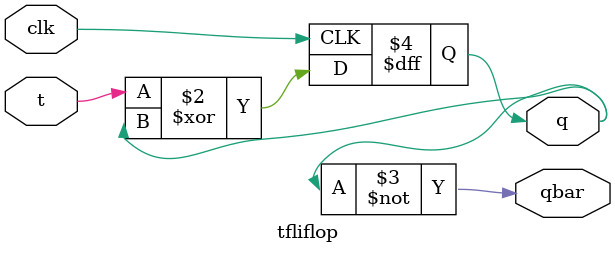
<source format=v>
module tfliflop(t,clk,q,qbar);
input t,clk;
output reg q;
output qbar;
always @(posedge clk)
begin
q = t ^ q;
end
assign qbar = ~q;
endmodule

</source>
